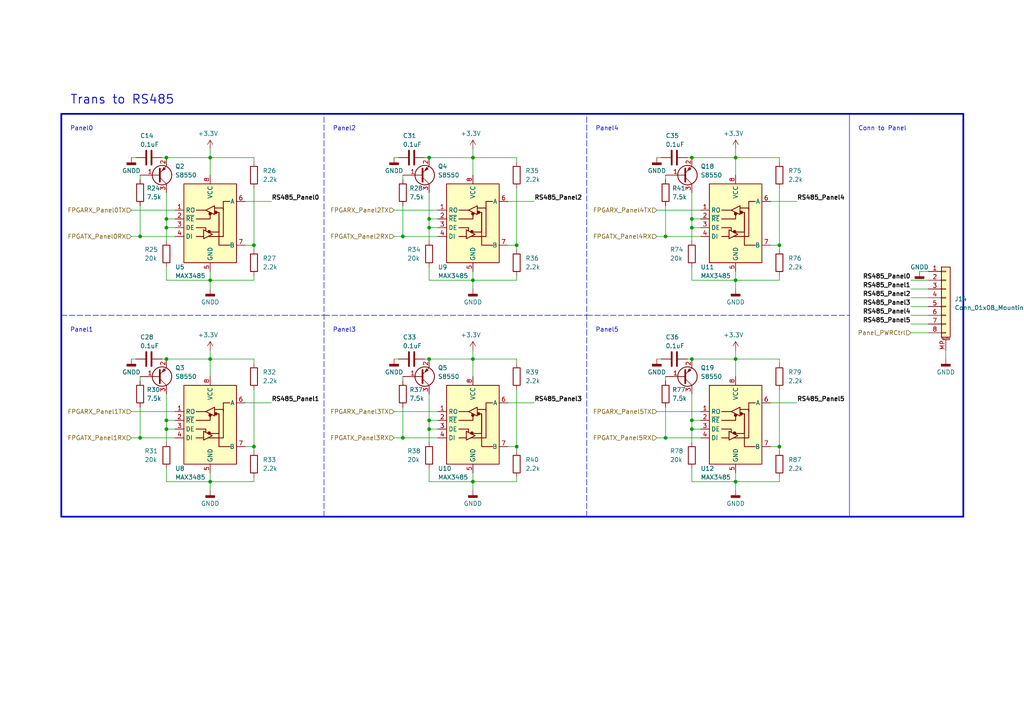
<source format=kicad_sch>
(kicad_sch (version 20230121) (generator eeschema)
  (paper "A4")
  (lib_symbols
    (symbol "Connector_Generic_MountingPin:Conn_01x08_MountingPin" (pin_names (offset 1.016) hide)
      (property "Reference" "J" (at 0 10.16 0))
      (property "Value" "Conn_01x08_MountingPin" (at 1.27 -12.7 0))
      (symbol "Conn_01x08_MountingPin_1_1"
        (rectangle (start -1.27 -10.033) (end 0 -10.287) (stroke (width 0.1524)))
        (rectangle (start -1.27 -7.493) (end 0 -7.747) (stroke (width 0.1524)))
        (rectangle (start -1.27 -4.953) (end 0 -5.207) (stroke (width 0.1524)))
        (rectangle (start -1.27 -2.413) (end 0 -2.667) (stroke (width 0.1524)))
        (rectangle (start -1.27 0.127) (end 0 -0.127) (stroke (width 0.1524)))
        (rectangle (start -1.27 2.667) (end 0 2.413) (stroke (width 0.1524)))
        (rectangle (start -1.27 5.207) (end 0 4.953) (stroke (width 0.1524)))
        (rectangle (start -1.27 7.747) (end 0 7.493) (stroke (width 0.1524)))
        (rectangle (start -1.27 8.89) (end 1.27 -11.43) (stroke (width 0.254)) (fill (type background)))
        (polyline (pts (xy -1.016 -12.192) (xy 1.016 -12.192)) (stroke (width 0.1524)))
        (text "Mounting" (at 0 -11.811 0) (effects (font (size 0.381 0.381))))
        (pin passive line (at -5.08 7.62 0) (length 3.81) (name "Pin_1") (number "1"))
        (pin passive line (at -5.08 5.08 0) (length 3.81) (name "Pin_2") (number "2"))
        (pin passive line (at -5.08 2.54 0) (length 3.81) (name "Pin_3") (number "3"))
        (pin passive line (at -5.08 0 0) (length 3.81) (name "Pin_4") (number "4"))
        (pin passive line (at -5.08 -2.54 0) (length 3.81) (name "Pin_5") (number "5"))
        (pin passive line (at -5.08 -5.08 0) (length 3.81) (name "Pin_6") (number "6"))
        (pin passive line (at -5.08 -7.62 0) (length 3.81) (name "Pin_7") (number "7"))
        (pin passive line (at -5.08 -10.16 0) (length 3.81) (name "Pin_8") (number "8"))
        (pin passive line (at 0 -15.24 90) (length 3.048) (name "MountPin") (number "MP"))
      )
    )
    (symbol "Device:C" (pin_numbers hide) (pin_names (offset 0.254))
      (property "Reference" "C" (at 0.635 2.54 0))
      (property "Value" "C" (at 0.635 -2.54 0))
      (symbol "C_0_1"
        (polyline (pts (xy -2.032 -0.762) (xy 2.032 -0.762)) (stroke (width 0.508)))
        (polyline (pts (xy -2.032 0.762) (xy 2.032 0.762)) (stroke (width 0.508)))
      )
      (symbol "C_1_1"
        (pin passive line (at 0 3.81 270) (length 2.794) (name "~") (number "1"))
        (pin passive line (at 0 -3.81 90) (length 2.794) (name "~") (number "2"))
      )
    )
    (symbol "Device:Q_PNP_BEC" (pin_names (offset 0) hide)
      (property "Reference" "Q" (at 5.08 1.27 0))
      (property "Value" "Q_PNP_BEC" (at 5.08 -1.27 0))
      (symbol "Q_PNP_BEC_0_1"
        (polyline (pts (xy 0.635 0.635) (xy 2.54 2.54)))
        (polyline (pts (xy 0.635 -0.635) (xy 2.54 -2.54) (xy 2.54 -2.54)))
        (polyline (pts (xy 0.635 1.905) (xy 0.635 -1.905) (xy 0.635 -1.905)) (stroke (width 0.508)))
        (polyline (pts (xy 2.286 -1.778) (xy 1.778 -2.286) (xy 1.27 -1.27) (xy 2.286 -1.778) (xy 2.286 -1.778)) (fill (type outline)))
        (circle (center 1.27 0) (radius 2.8194) (stroke (width 0.254)))
      )
      (symbol "Q_PNP_BEC_1_1"
        (pin input line (at -5.08 0 0) (length 5.715) (name "B") (number "1"))
        (pin passive line (at 2.54 -5.08 90) (length 2.54) (name "E") (number "2"))
        (pin passive line (at 2.54 5.08 270) (length 2.54) (name "C") (number "3"))
      )
    )
    (symbol "Device:R" (pin_numbers hide) (pin_names (offset 0))
      (property "Reference" "R" (at 2.032 0 90))
      (property "Value" "R" (at 0 0 90))
      (symbol "R_0_1"
        (rectangle (start -1.016 -2.54) (end 1.016 2.54) (stroke (width 0.254)))
      )
      (symbol "R_1_1"
        (pin passive line (at 0 3.81 270) (length 1.27) (name "~") (number "1"))
        (pin passive line (at 0 -3.81 90) (length 1.27) (name "~") (number "2"))
      )
    )
    (symbol "MAX3485_1"
      (property "Reference" "U?" (at 2.0194 15.24 0))
      (property "Value" "MAX3485" (at 2.0194 12.7 0))
      (symbol "MAX3485_1_0_1"
        (rectangle (start -7.62 10.16) (end 7.62 -12.7) (stroke (width 0.254)) (fill (type background)))
        (circle (center -0.3048 -3.683) (radius 0.3556) (stroke (width 0.254)) (fill (type outline)))
        (circle (center -0.0254 1.4986) (radius 0.3556) (stroke (width 0.254)) (fill (type outline)))
        (polyline (pts (xy -4.064 -5.08) (xy -1.905 -5.08)) (stroke (width 0.254)))
        (polyline (pts (xy -4.064 2.54) (xy -1.27 2.54)) (stroke (width 0.254)))
        (polyline (pts (xy -1.27 -3.2004) (xy -1.27 -3.4544)) (stroke (width 0.254)))
        (polyline (pts (xy -0.635 -5.08) (xy 3.81 -5.08)) (stroke (width 0.254)))
        (polyline (pts (xy -4.064 -2.54) (xy -1.27 -2.54) (xy -1.27 -3.175)) (stroke (width 0.254)))
        (polyline (pts (xy 0 1.27) (xy 0 0) (xy -4.064 0)) (stroke (width 0.254)))
        (polyline (pts (xy 1.27 3.175) (xy 3.81 3.175) (xy 3.81 -5.08)) (stroke (width 0.254)))
        (polyline (pts (xy 2.54 1.905) (xy 2.54 -3.81) (xy 0 -3.81)) (stroke (width 0.254)))
        (polyline (pts (xy -1.905 -3.175) (xy -1.905 -5.715) (xy 0.635 -4.445) (xy -1.905 -3.175)) (stroke (width 0.254)))
        (polyline (pts (xy -1.27 2.54) (xy 1.27 3.81) (xy 1.27 1.27) (xy -1.27 2.54)) (stroke (width 0.254)))
        (polyline (pts (xy 3.81 3.175) (xy 3.81 2.54) (xy 3.81 5.08) (xy 5.715 5.08)) (stroke (width 0.254)))
        (polyline (pts (xy 1.905 1.905) (xy 2.54 1.905) (xy 2.54 -3.81) (xy 2.54 -6.985) (xy 2.54 -7.62) (xy 5.08 -7.62) (xy 5.715 -7.62)) (stroke (width 0.254)))
        (rectangle (start 1.27 3.175) (end 1.27 3.175))
        (circle (center 1.651 1.905) (radius 0.3556) (stroke (width 0.254)) (fill (type outline)))
      )
      (symbol "MAX3485_1_1_1"
        (pin output line (at -10.16 2.54 0) (length 2.54) (name "RO") (number "1"))
        (pin input line (at -10.16 0 0) (length 2.54) (name "~{RE}") (number "2"))
        (pin input line (at -10.16 -2.54 0) (length 2.54) (name "DE") (number "3"))
        (pin input line (at -10.16 -5.08 0) (length 2.54) (name "DI") (number "4"))
        (pin power_in line (at 0 -15.24 90) (length 2.54) (name "GND") (number "5"))
        (pin bidirectional line (at 10.16 5.08 180) (length 2.54) (name "A") (number "6"))
        (pin bidirectional line (at 10.16 -7.62 180) (length 2.54) (name "B") (number "7"))
        (pin power_in line (at 0 12.7 270) (length 2.54) (name "VCC") (number "8"))
      )
    )
    (symbol "power:+3.3V" (power) (pin_names (offset 0))
      (property "Value" "+3.3V" (at 0 3.556 0))
      (symbol "+3.3V_0_1"
        (polyline (pts (xy -0.762 1.27) (xy 0 2.54)))
        (polyline (pts (xy 0 0) (xy 0 2.54)))
        (polyline (pts (xy 0 2.54) (xy 0.762 1.27)))
      )
      (symbol "+3.3V_1_1"
        (pin power_in line (at 0 0 90) (length 0) hide (name "+3.3V") (number "1"))
      )
    )
    (symbol "power:GNDD" (power) (pin_names (offset 0))
      (property "Value" "GNDD" (at 0 -3.175 0))
      (symbol "GNDD_0_1"
        (rectangle (start -1.27 -1.524) (end 1.27 -2.032) (stroke (width 0.254)) (fill (type outline)))
        (polyline (pts (xy 0 0) (xy 0 -1.524)))
      )
      (symbol "GNDD_1_1"
        (pin power_in line (at 0 0 270) (length 0) hide (name "GNDD") (number "1"))
      )
    )
  )
  (junction (at 213.36 81.28))
  (junction (at 193.04 68.58))
  (junction (at 124.46 104.14))
  (junction (at 48.26 63.5))
  (junction (at 200.66 45.72))
  (junction (at 213.36 104.14))
  (junction (at 137.16 45.72))
  (junction (at 60.96 45.72))
  (junction (at 200.66 66.04))
  (junction (at 60.96 81.28))
  (junction (at 60.96 139.7))
  (junction (at 124.46 66.04))
  (junction (at 40.64 68.58))
  (junction (at 48.26 66.04))
  (junction (at 116.84 127))
  (junction (at 213.36 139.7))
  (junction (at 124.46 45.72))
  (junction (at 60.96 104.14))
  (junction (at 124.46 63.5))
  (junction (at 73.66 71.12))
  (junction (at 48.26 121.92))
  (junction (at 48.26 124.46))
  (junction (at 200.66 63.5))
  (junction (at 48.26 104.14))
  (junction (at 149.86 129.54))
  (junction (at 124.46 124.46))
  (junction (at 137.16 104.14))
  (junction (at 40.64 127))
  (junction (at 137.16 81.28))
  (junction (at 193.04 127))
  (junction (at 48.26 45.72))
  (junction (at 226.06 71.12))
  (junction (at 124.46 121.92))
  (junction (at 200.66 104.14))
  (junction (at 226.06 129.54))
  (junction (at 200.66 124.46))
  (junction (at 116.84 68.58))
  (junction (at 200.66 121.92))
  (junction (at 137.16 139.7))
  (junction (at 213.36 45.72))
  (junction (at 149.86 71.12))
  (junction (at 73.66 129.54))
  (wire (pts (xy 193.04 118.11) (xy 193.04 127)))
  (wire (pts (xy 114.3 119.38) (xy 127 119.38)))
  (wire (pts (xy 213.36 139.7) (xy 226.06 139.7)))
  (wire (pts (xy 200.66 63.5) (xy 203.2 63.5)))
  (wire (pts (xy 38.1 68.58) (xy 40.64 68.58)))
  (wire (pts (xy 114.3 104.14) (xy 115.57 104.14)))
  (wire (pts (xy 40.64 109.22) (xy 40.64 110.49)))
  (wire (pts (xy 137.16 81.28) (xy 137.16 83.82)))
  (wire (pts (xy 137.16 81.28) (xy 149.86 81.28)))
  (wire (pts (xy 190.5 119.38) (xy 203.2 119.38)))
  (wire (pts (xy 137.16 137.16) (xy 137.16 139.7)))
  (wire (pts (xy 124.46 81.28) (xy 137.16 81.28)))
  (wire (pts (xy 124.46 66.04) (xy 124.46 69.85)))
  (wire (pts (xy 200.66 104.14) (xy 213.36 104.14)))
  (wire (pts (xy 73.66 113.03) (xy 73.66 129.54)))
  (wire (pts (xy 137.16 101.6) (xy 137.16 104.14)))
  (wire (pts (xy 40.64 59.69) (xy 40.64 68.58)))
  (wire (pts (xy 193.04 50.8) (xy 193.04 52.07)))
  (wire (pts (xy 124.46 114.3) (xy 124.46 121.92)))
  (wire (pts (xy 137.16 104.14) (xy 149.86 104.14)))
  (wire (pts (xy 114.3 68.58) (xy 116.84 68.58)))
  (wire (pts (xy 264.16 91.44) (xy 269.24 91.44)))
  (wire (pts (xy 193.04 68.58) (xy 203.2 68.58)))
  (wire (pts (xy 60.96 139.7) (xy 73.66 139.7)))
  (wire (pts (xy 147.32 71.12) (xy 149.86 71.12)))
  (wire (pts (xy 60.96 43.18) (xy 60.96 45.72)))
  (polyline (pts (xy 170.18 91.44) (xy 246.38 91.44)) (stroke (width 0) (type dash)))
  (wire (pts (xy 149.86 45.72) (xy 149.86 46.99)))
  (wire (pts (xy 71.12 71.12) (xy 73.66 71.12)))
  (wire (pts (xy 213.36 81.28) (xy 226.06 81.28)))
  (wire (pts (xy 200.66 55.88) (xy 200.66 63.5)))
  (wire (pts (xy 48.26 114.3) (xy 48.26 121.92)))
  (wire (pts (xy 149.86 80.01) (xy 149.86 81.28)))
  (wire (pts (xy 60.96 104.14) (xy 60.96 109.22)))
  (wire (pts (xy 264.16 81.28) (xy 269.24 81.28)))
  (wire (pts (xy 48.26 45.72) (xy 60.96 45.72)))
  (wire (pts (xy 213.36 78.74) (xy 213.36 81.28)))
  (wire (pts (xy 223.52 129.54) (xy 226.06 129.54)))
  (wire (pts (xy 73.66 71.12) (xy 73.66 72.39)))
  (wire (pts (xy 116.84 118.11) (xy 116.84 127)))
  (wire (pts (xy 193.04 109.22) (xy 193.04 110.49)))
  (wire (pts (xy 60.96 45.72) (xy 73.66 45.72)))
  (wire (pts (xy 264.16 86.36) (xy 269.24 86.36)))
  (wire (pts (xy 213.36 101.6) (xy 213.36 104.14)))
  (wire (pts (xy 200.66 66.04) (xy 200.66 69.85)))
  (wire (pts (xy 60.96 81.28) (xy 73.66 81.28)))
  (wire (pts (xy 223.52 116.84) (xy 231.14 116.84)))
  (wire (pts (xy 38.1 45.72) (xy 39.37 45.72)))
  (polyline (pts (xy 93.98 149.86) (xy 93.98 33.02)) (stroke (width 0) (type dash)))
  (wire (pts (xy 226.06 54.61) (xy 226.06 71.12)))
  (wire (pts (xy 190.5 104.14) (xy 191.77 104.14)))
  (wire (pts (xy 264.16 93.98) (xy 269.24 93.98)))
  (wire (pts (xy 147.32 116.84) (xy 154.94 116.84)))
  (wire (pts (xy 116.84 127) (xy 127 127)))
  (wire (pts (xy 124.46 135.89) (xy 124.46 139.7)))
  (wire (pts (xy 71.12 129.54) (xy 73.66 129.54)))
  (wire (pts (xy 114.3 60.96) (xy 127 60.96)))
  (polyline (pts (xy 246.38 149.86) (xy 246.38 33.02)) (stroke (width 0) (type solid)))
  (wire (pts (xy 124.46 63.5) (xy 124.46 66.04)))
  (wire (pts (xy 137.16 45.72) (xy 137.16 50.8)))
  (wire (pts (xy 147.32 58.42) (xy 154.94 58.42)))
  (wire (pts (xy 124.46 139.7) (xy 137.16 139.7)))
  (wire (pts (xy 199.39 104.14) (xy 200.66 104.14)))
  (wire (pts (xy 73.66 138.43) (xy 73.66 139.7)))
  (wire (pts (xy 124.46 124.46) (xy 127 124.46)))
  (wire (pts (xy 137.16 104.14) (xy 137.16 109.22)))
  (wire (pts (xy 60.96 104.14) (xy 73.66 104.14)))
  (polyline (pts (xy 17.78 91.44) (xy 93.98 91.44)) (stroke (width 0) (type dash)))
  (wire (pts (xy 123.19 45.72) (xy 124.46 45.72)))
  (wire (pts (xy 226.06 80.01) (xy 226.06 81.28)))
  (wire (pts (xy 226.06 129.54) (xy 226.06 130.81)))
  (wire (pts (xy 137.16 139.7) (xy 137.16 142.24)))
  (wire (pts (xy 213.36 104.14) (xy 226.06 104.14)))
  (wire (pts (xy 226.06 104.14) (xy 226.06 105.41)))
  (wire (pts (xy 213.36 137.16) (xy 213.36 139.7)))
  (wire (pts (xy 149.86 104.14) (xy 149.86 105.41)))
  (wire (pts (xy 200.66 63.5) (xy 200.66 66.04)))
  (wire (pts (xy 124.46 104.14) (xy 137.16 104.14)))
  (wire (pts (xy 193.04 127) (xy 203.2 127)))
  (wire (pts (xy 147.32 129.54) (xy 149.86 129.54)))
  (wire (pts (xy 149.86 113.03) (xy 149.86 129.54)))
  (wire (pts (xy 124.46 121.92) (xy 124.46 124.46)))
  (polyline (pts (xy 93.98 91.44) (xy 170.18 91.44)) (stroke (width 0) (type dash)))
  (wire (pts (xy 73.66 80.01) (xy 73.66 81.28)))
  (wire (pts (xy 223.52 58.42) (xy 231.14 58.42)))
  (wire (pts (xy 200.66 139.7) (xy 213.36 139.7)))
  (wire (pts (xy 48.26 124.46) (xy 48.26 128.27)))
  (wire (pts (xy 200.66 114.3) (xy 200.66 121.92)))
  (wire (pts (xy 48.26 63.5) (xy 50.8 63.5)))
  (wire (pts (xy 48.26 104.14) (xy 60.96 104.14)))
  (wire (pts (xy 73.66 104.14) (xy 73.66 105.41)))
  (wire (pts (xy 38.1 127) (xy 40.64 127)))
  (wire (pts (xy 200.66 81.28) (xy 213.36 81.28)))
  (wire (pts (xy 116.84 50.8) (xy 116.84 52.07)))
  (wire (pts (xy 137.16 43.18) (xy 137.16 45.72)))
  (wire (pts (xy 200.66 121.92) (xy 200.66 124.46)))
  (wire (pts (xy 226.06 71.12) (xy 226.06 72.39)))
  (wire (pts (xy 40.64 127) (xy 50.8 127)))
  (wire (pts (xy 264.16 83.82) (xy 269.24 83.82)))
  (polyline (pts (xy 17.78 33.02) (xy 17.78 149.86)) (stroke (width 0.5) (type solid)))
  (wire (pts (xy 46.99 104.14) (xy 48.26 104.14)))
  (wire (pts (xy 71.12 116.84) (xy 78.74 116.84)))
  (wire (pts (xy 200.66 124.46) (xy 200.66 128.27)))
  (wire (pts (xy 200.66 77.47) (xy 200.66 81.28)))
  (wire (pts (xy 226.06 45.72) (xy 226.06 46.99)))
  (wire (pts (xy 200.66 45.72) (xy 213.36 45.72)))
  (wire (pts (xy 149.86 71.12) (xy 149.86 72.39)))
  (wire (pts (xy 48.26 55.88) (xy 48.26 63.5)))
  (wire (pts (xy 124.46 45.72) (xy 137.16 45.72)))
  (wire (pts (xy 48.26 66.04) (xy 48.26 69.85)))
  (wire (pts (xy 137.16 139.7) (xy 149.86 139.7)))
  (wire (pts (xy 190.5 45.72) (xy 191.77 45.72)))
  (wire (pts (xy 40.64 68.58) (xy 50.8 68.58)))
  (wire (pts (xy 40.64 118.11) (xy 40.64 127)))
  (wire (pts (xy 48.26 139.7) (xy 60.96 139.7)))
  (wire (pts (xy 48.26 66.04) (xy 50.8 66.04)))
  (wire (pts (xy 60.96 45.72) (xy 60.96 50.8)))
  (wire (pts (xy 137.16 78.74) (xy 137.16 81.28)))
  (polyline (pts (xy 17.78 149.86) (xy 279.4 149.86)) (stroke (width 0.5) (type solid)))
  (wire (pts (xy 190.5 68.58) (xy 193.04 68.58)))
  (wire (pts (xy 48.26 124.46) (xy 50.8 124.46)))
  (wire (pts (xy 60.96 81.28) (xy 60.96 83.82)))
  (wire (pts (xy 38.1 60.96) (xy 50.8 60.96)))
  (wire (pts (xy 73.66 129.54) (xy 73.66 130.81)))
  (wire (pts (xy 213.36 45.72) (xy 226.06 45.72)))
  (wire (pts (xy 60.96 78.74) (xy 60.96 81.28)))
  (wire (pts (xy 200.66 121.92) (xy 203.2 121.92)))
  (wire (pts (xy 190.5 60.96) (xy 203.2 60.96)))
  (wire (pts (xy 213.36 43.18) (xy 213.36 45.72)))
  (polyline (pts (xy 170.18 149.86) (xy 170.18 33.02)) (stroke (width 0) (type dash)))
  (wire (pts (xy 213.36 81.28) (xy 213.36 83.82)))
  (wire (pts (xy 60.96 101.6) (xy 60.96 104.14)))
  (wire (pts (xy 48.26 135.89) (xy 48.26 139.7)))
  (wire (pts (xy 71.12 58.42) (xy 78.74 58.42)))
  (wire (pts (xy 40.64 50.8) (xy 40.64 52.07)))
  (wire (pts (xy 124.46 124.46) (xy 124.46 128.27)))
  (wire (pts (xy 124.46 121.92) (xy 127 121.92)))
  (wire (pts (xy 116.84 109.22) (xy 116.84 110.49)))
  (wire (pts (xy 73.66 54.61) (xy 73.66 71.12)))
  (wire (pts (xy 48.26 63.5) (xy 48.26 66.04)))
  (wire (pts (xy 264.16 96.52) (xy 269.24 96.52)))
  (wire (pts (xy 213.36 104.14) (xy 213.36 109.22)))
  (wire (pts (xy 264.16 88.9) (xy 269.24 88.9)))
  (wire (pts (xy 60.96 137.16) (xy 60.96 139.7)))
  (wire (pts (xy 48.26 81.28) (xy 60.96 81.28)))
  (wire (pts (xy 114.3 127) (xy 116.84 127)))
  (wire (pts (xy 48.26 77.47) (xy 48.26 81.28)))
  (wire (pts (xy 213.36 139.7) (xy 213.36 142.24)))
  (wire (pts (xy 199.39 45.72) (xy 200.66 45.72)))
  (wire (pts (xy 226.06 113.03) (xy 226.06 129.54)))
  (wire (pts (xy 116.84 59.69) (xy 116.84 68.58)))
  (wire (pts (xy 137.16 45.72) (xy 149.86 45.72)))
  (wire (pts (xy 213.36 45.72) (xy 213.36 50.8)))
  (wire (pts (xy 190.5 127) (xy 193.04 127)))
  (wire (pts (xy 38.1 119.38) (xy 50.8 119.38)))
  (wire (pts (xy 200.66 124.46) (xy 203.2 124.46)))
  (wire (pts (xy 124.46 66.04) (xy 127 66.04)))
  (wire (pts (xy 73.66 45.72) (xy 73.66 46.99)))
  (polyline (pts (xy 279.4 149.86) (xy 279.4 33.02)) (stroke (width 0.5) (type solid)))
  (wire (pts (xy 48.26 121.92) (xy 48.26 124.46)))
  (wire (pts (xy 200.66 66.04) (xy 203.2 66.04)))
  (wire (pts (xy 116.84 68.58) (xy 127 68.58)))
  (wire (pts (xy 149.86 129.54) (xy 149.86 130.81)))
  (wire (pts (xy 60.96 139.7) (xy 60.96 142.24)))
  (wire (pts (xy 114.3 45.72) (xy 115.57 45.72)))
  (wire (pts (xy 124.46 77.47) (xy 124.46 81.28)))
  (wire (pts (xy 48.26 121.92) (xy 50.8 121.92)))
  (wire (pts (xy 149.86 54.61) (xy 149.86 71.12)))
  (wire (pts (xy 149.86 138.43) (xy 149.86 139.7)))
  (wire (pts (xy 38.1 104.14) (xy 39.37 104.14)))
  (wire (pts (xy 123.19 104.14) (xy 124.46 104.14)))
  (wire (pts (xy 223.52 71.12) (xy 226.06 71.12)))
  (wire (pts (xy 200.66 135.89) (xy 200.66 139.7)))
  (wire (pts (xy 269.24 78.74) (xy 266.7 78.74)))
  (wire (pts (xy 274.32 101.6) (xy 274.32 104.14)))
  (wire (pts (xy 124.46 63.5) (xy 127 63.5)))
  (wire (pts (xy 46.99 45.72) (xy 48.26 45.72)))
  (polyline (pts (xy 279.4 33.02) (xy 17.78 33.02)) (stroke (width 0.5) (type solid)))
  (wire (pts (xy 226.06 138.43) (xy 226.06 139.7)))
  (wire (pts (xy 124.46 55.88) (xy 124.46 63.5)))
  (wire (pts (xy 193.04 59.69) (xy 193.04 68.58)))
  (text "Trans to RS485" (at 20.32 30.48 0) (effects (font (size 2.54 2.54) (thickness 0.254) bold) (justify left bottom)))
  (text "Panel0" (at 20.32 38.1 0) (effects (font (size 1.27 1.27)) (justify left bottom)))
  (text "Panel2" (at 96.52 38.1 0) (effects (font (size 1.27 1.27)) (justify left bottom)))
  (text "Conn to Panel" (at 248.92 38.1 0) (effects (font (size 1.27 1.27)) (justify left bottom)))
  (text "Panel4" (at 172.72 38.1 0) (effects (font (size 1.27 1.27)) (justify left bottom)))
  (text "Panel3" (at 96.52 96.52 0) (effects (font (size 1.27 1.27)) (justify left bottom)))
  (text "Panel5" (at 172.72 96.52 0) (effects (font (size 1.27 1.27)) (justify left bottom)))
  (text "Panel1" (at 20.32 96.52 0) (effects (font (size 1.27 1.27)) (justify left bottom)))
  (label "RS485_Panel5" (at 264.16 93.98 180) (effects (font (thickness 0.254) bold)))
  (label "RS485_Panel4" (at 264.16 91.44 180) (effects (font (thickness 0.254) bold)))
  (label "RS485_Panel1" (at 264.16 83.82 180) (effects (font (thickness 0.254) bold)))
  (label "RS485_Panel4" (at 231.14 58.42 0) (effects (font (thickness 0.254) bold)))
  (label "RS485_Panel5" (at 231.14 116.84 0) (effects (font (thickness 0.254) bold)))
  (label "RS485_Panel1" (at 78.74 116.84 0) (effects (font (thickness 0.254) bold)))
  (label "RS485_Panel2" (at 154.94 58.42 0) (effects (font (thickness 0.254) bold)))
  (label "RS485_Panel0" (at 264.16 81.28 180) (effects (font (thickness 0.254) bold)))
  (label "RS485_Panel2" (at 264.16 86.36 180) (effects (font (thickness 0.254) bold)))
  (label "RS485_Panel3" (at 154.94 116.84 0) (effects (font (thickness 0.254) bold)))
  (label "RS485_Panel0" (at 78.74 58.42 0) (effects (font (thickness 0.254) bold)))
  (label "RS485_Panel3" (at 264.16 88.9 180) (effects (font (thickness 0.254) bold)))
  (hierarchical_label "FPGARX_Panel0TX" (shape input) (at 38.1 60.96 180))
  (hierarchical_label "FPGARX_Panel4TX" (shape input) (at 190.5 60.96 180))
  (hierarchical_label "Panel_PWRCtrl" (shape input) (at 264.16 96.52 180))
  (hierarchical_label "FPGATX_Panel5RX" (shape input) (at 190.5 127 180))
  (hierarchical_label "FPGARX_Panel5TX" (shape input) (at 190.5 119.38 180))
  (hierarchical_label "FPGARX_Panel3TX" (shape input) (at 114.3 119.38 180))
  (hierarchical_label "FPGATX_Panel0RX" (shape input) (at 38.1 68.58 180))
  (hierarchical_label "FPGARX_Panel1TX" (shape input) (at 38.1 119.38 180))
  (hierarchical_label "FPGATX_Panel3RX" (shape input) (at 114.3 127 180))
  (hierarchical_label "FPGARX_Panel2TX" (shape input) (at 114.3 60.96 180))
  (hierarchical_label "FPGATX_Panel2RX" (shape input) (at 114.3 68.58 180))
  (hierarchical_label "FPGATX_Panel4RX" (shape input) (at 190.5 68.58 180))
  (hierarchical_label "FPGATX_Panel1RX" (shape input) (at 38.1 127 180))
  (symbol (lib_id "Device:R") (at 149.86 50.8 0) (unit 1)
    (property "Reference" "R35" (at 152.4 49.5299 0) (effects (justify left)))
    (property "Value" "2.2k" (at 152.4 52.0699 0) (effects (justify left)))
    (property "Footprint" "Resistor_SMD:R_0402_1005Metric" (effects hide))
  )
  (symbol (lib_id "Connector_Generic_MountingPin:Conn_01x08_MountingPin") (at 274.32 86.36 0) (unit 1)
    (property "Reference" "J14" (at 276.86 86.7156 0) (effects (justify left)))
    (property "Value" "Conn_01x08_MountingPin" (at 276.86 89.2556 0) (effects (justify left)))
    (property "Footprint" "Connector_Molex:Molex_PicoBlade_53261-0871_1x08-1MP_P1.25mm_Horizontal" (effects hide))
  )
  (symbol (lib_id "power:+3.3V") (at 213.36 43.18 0) (unit 1)
    (property "Reference" "#PWR053" (effects hide))
    (property "Value" "+3.3V" (at 212.725 38.735 0))
  )
  (symbol (lib_id "power:GNDD") (at 60.96 83.82 0) (unit 1)
    (property "Reference" "#PWR033" (effects hide))
    (property "Value" "GNDD" (at 60.96 87.63 0))
  )
  (symbol (lib_id "power:GNDD") (at 213.36 83.82 0) (unit 1)
    (property "Reference" "#PWR054" (effects hide))
    (property "Value" "GNDD" (at 213.36 87.63 0))
  )
  (symbol (lib_id "power:GNDD") (at 190.5 45.72 0) (unit 1)
    (property "Reference" "#PWR052" (effects hide))
    (property "Value" "GNDD" (at 190.5 49.53 0))
  )
  (symbol (lib_id "Device:R") (at 40.64 55.88 0) (unit 1)
    (property "Reference" "R24" (at 42.545 54.6099 0) (effects (justify left)))
    (property "Value" "7.5k" (at 42.545 57.1499 0) (effects (justify left)))
    (property "Footprint" "Resistor_SMD:R_0603_1608Metric" (effects hide))
  )
  (symbol (lib_id "power:GNDD") (at 38.1 45.72 0) (unit 1)
    (property "Reference" "#PWR031" (effects hide))
    (property "Value" "GNDD" (at 38.1 49.53 0))
  )
  (symbol (lib_id "Device:R") (at 200.66 73.66 0) (unit 1)
    (property "Reference" "R74" (at 194.31 72.39 0) (effects (justify left)))
    (property "Value" "20k" (at 194.31 74.93 0) (effects (justify left)))
    (property "Footprint" "Resistor_SMD:R_0402_1005Metric" (effects hide))
  )
  (symbol (lib_id "Device:R") (at 149.86 134.62 0) (unit 1)
    (property "Reference" "R40" (at 152.4 133.3499 0) (effects (justify left)))
    (property "Value" "2.2k" (at 152.4 135.8899 0) (effects (justify left)))
    (property "Footprint" "Resistor_SMD:R_0402_1005Metric" (effects hide))
  )
  (symbol (lib_id "Device:R") (at 193.04 55.88 0) (unit 1)
    (property "Reference" "R41" (at 194.945 54.6099 0) (effects (justify left)))
    (property "Value" "7.5k" (at 194.945 57.1499 0) (effects (justify left)))
    (property "Footprint" "Resistor_SMD:R_0603_1608Metric" (effects hide))
  )
  (symbol (lib_id "Device:C") (at 119.38 45.72 270) (mirror x) (unit 1)
    (property "Reference" "C31" (at 116.84 39.37 90) (effects (justify left)))
    (property "Value" "0.1uF" (at 116.84 41.91 90) (effects (justify left)))
    (property "Footprint" "Capacitor_SMD:C_0402_1005Metric" (effects hide))
  )
  (symbol (lib_id "Device:Q_PNP_BEC") (at 198.12 50.8 0) (mirror x) (unit 1)
    (property "Reference" "Q18" (at 203.2 48.26 0) (effects (justify left)))
    (property "Value" "S8550" (at 203.2 50.8 0) (effects (justify left)))
    (property "Footprint" "Package_TO_SOT_SMD:SC-59" (effects hide))
  )
  (symbol (lib_id "Device:C") (at 43.18 45.72 270) (mirror x) (unit 1)
    (property "Reference" "C14" (at 40.64 39.37 90) (effects (justify left)))
    (property "Value" "0.1uF" (at 40.64 41.91 90) (effects (justify left)))
    (property "Footprint" "Capacitor_SMD:C_0402_1005Metric" (effects hide))
  )
  (symbol (lib_id "Device:C") (at 119.38 104.14 270) (mirror x) (unit 1)
    (property "Reference" "C33" (at 116.84 97.79 90) (effects (justify left)))
    (property "Value" "0.1uF" (at 116.84 100.33 90) (effects (justify left)))
    (property "Footprint" "Capacitor_SMD:C_0402_1005Metric" (effects hide))
  )
  (symbol (lib_id "Device:R") (at 124.46 132.08 0) (unit 1)
    (property "Reference" "R38" (at 118.11 130.81 0) (effects (justify left)))
    (property "Value" "20k" (at 118.11 133.35 0) (effects (justify left)))
    (property "Footprint" "Resistor_SMD:R_0402_1005Metric" (effects hide))
  )
  (symbol (lib_id "Device:R") (at 73.66 50.8 0) (unit 1)
    (property "Reference" "R26" (at 76.2 49.5299 0) (effects (justify left)))
    (property "Value" "2.2k" (at 76.2 52.0699 0) (effects (justify left)))
    (property "Footprint" "Resistor_SMD:R_0402_1005Metric" (effects hide))
  )
  (symbol (lib_id "power:+3.3V") (at 60.96 43.18 0) (unit 1)
    (property "Reference" "#PWR032" (effects hide))
    (property "Value" "+3.3V" (at 60.325 38.735 0))
  )
  (symbol (lib_id "Device:Q_PNP_BEC") (at 198.12 109.22 0) (mirror x) (unit 1)
    (property "Reference" "Q19" (at 203.2 106.68 0) (effects (justify left)))
    (property "Value" "S8550" (at 203.2 109.22 0) (effects (justify left)))
    (property "Footprint" "Package_TO_SOT_SMD:SOT-23" (effects hide))
  )
  (symbol (lib_id "Device:R") (at 40.64 114.3 0) (unit 1)
    (property "Reference" "R30" (at 42.545 113.0299 0) (effects (justify left)))
    (property "Value" "7.5k" (at 42.545 115.5699 0) (effects (justify left)))
    (property "Footprint" "Resistor_SMD:R_0603_1608Metric" (effects hide))
  )
  (symbol (lib_name "MAX3485_1") (lib_id "Interface_UART:MAX3485") (at 213.36 63.5 0) (unit 1)
    (property "Reference" "U11" (at 203.2 77.47 0) (effects (justify left)))
    (property "Value" "MAX3485" (at 203.2 80.01 0) (effects (justify left)))
    (property "Footprint" "Package_SO:SOP-8_3.9x4.9mm_P1.27mm" (effects hide))
    (property "Datasheet" "https://datasheets.maximintegrated.com/en/ds/MAX3483-MAX3491.pdf" (effects hide))
  )
  (symbol (lib_name "MAX3485_1") (lib_id "Interface_UART:MAX3485") (at 60.96 121.92 0) (unit 1)
    (property "Reference" "U8" (at 50.8 135.89 0) (effects (justify left)))
    (property "Value" "MAX3485" (at 50.8 138.43 0) (effects (justify left)))
    (property "Footprint" "Package_SO:SOP-8_3.9x4.9mm_P1.27mm" (effects hide))
    (property "Datasheet" "https://datasheets.maximintegrated.com/en/ds/MAX3483-MAX3491.pdf" (effects hide))
  )
  (symbol (lib_id "Device:Q_PNP_BEC") (at 121.92 50.8 0) (mirror x) (unit 1)
    (property "Reference" "Q4" (at 127 48.26 0) (effects (justify left)))
    (property "Value" "S8550" (at 127 50.8 0) (effects (justify left)))
    (property "Footprint" "Package_TO_SOT_SMD:SC-59" (effects hide))
  )
  (symbol (lib_id "Device:R") (at 73.66 134.62 0) (unit 1)
    (property "Reference" "R33" (at 76.2 133.3499 0) (effects (justify left)))
    (property "Value" "2.2k" (at 76.2 135.8899 0) (effects (justify left)))
    (property "Footprint" "Resistor_SMD:R_0402_1005Metric" (effects hide))
  )
  (symbol (lib_id "Device:R") (at 124.46 73.66 0) (unit 1)
    (property "Reference" "R34" (at 118.11 72.39 0) (effects (justify left)))
    (property "Value" "20k" (at 118.11 74.93 0) (effects (justify left)))
    (property "Footprint" "Resistor_SMD:R_0402_1005Metric" (effects hide))
  )
  (symbol (lib_id "power:GNDD") (at 38.1 104.14 0) (unit 1)
    (property "Reference" "#PWR043" (effects hide))
    (property "Value" "GNDD" (at 38.1 107.95 0))
  )
  (symbol (lib_id "power:+3.3V") (at 137.16 101.6 0) (unit 1)
    (property "Reference" "#PWR050" (effects hide))
    (property "Value" "+3.3V" (at 136.525 97.155 0))
  )
  (symbol (lib_id "power:+3.3V") (at 213.36 101.6 0) (unit 1)
    (property "Reference" "#PWR063" (effects hide))
    (property "Value" "+3.3V" (at 212.725 97.155 0))
  )
  (symbol (lib_id "power:GNDD") (at 190.5 104.14 0) (unit 1)
    (property "Reference" "#PWR055" (effects hide))
    (property "Value" "GNDD" (at 190.5 107.95 0))
  )
  (symbol (lib_id "power:GNDD") (at 137.16 142.24 0) (unit 1)
    (property "Reference" "#PWR051" (effects hide))
    (property "Value" "GNDD" (at 137.16 146.05 0))
  )
  (symbol (lib_name "MAX3485_1") (lib_id "Interface_UART:MAX3485") (at 60.96 63.5 0) (unit 1)
    (property "Reference" "U5" (at 50.8 77.47 0) (effects (justify left)))
    (property "Value" "MAX3485" (at 50.8 80.01 0) (effects (justify left)))
    (property "Footprint" "Package_SO:SOP-8_3.9x4.9mm_P1.27mm" (effects hide))
    (property "Datasheet" "https://datasheets.maximintegrated.com/en/ds/MAX3483-MAX3491.pdf" (effects hide))
  )
  (symbol (lib_id "Device:R") (at 116.84 114.3 0) (unit 1)
    (property "Reference" "R37" (at 118.745 113.0299 0) (effects (justify left)))
    (property "Value" "7.5k" (at 118.745 115.5699 0) (effects (justify left)))
    (property "Footprint" "Resistor_SMD:R_0603_1608Metric" (effects hide))
  )
  (symbol (lib_id "Device:R") (at 116.84 55.88 0) (unit 1)
    (property "Reference" "R28" (at 118.745 54.6099 0) (effects (justify left)))
    (property "Value" "7.5k" (at 118.745 57.1499 0) (effects (justify left)))
    (property "Footprint" "Resistor_SMD:R_0603_1608Metric" (effects hide))
  )
  (symbol (lib_id "power:GNDD") (at 274.32 104.14 0) (unit 1)
    (property "Reference" "#PWR077" (effects hide))
    (property "Value" "GNDD" (at 274.32 107.95 0))
  )
  (symbol (lib_id "power:+3.3V") (at 60.96 101.6 0) (unit 1)
    (property "Reference" "#PWR044" (effects hide))
    (property "Value" "+3.3V" (at 60.325 97.155 0))
  )
  (symbol (lib_id "Device:R") (at 73.66 109.22 0) (unit 1)
    (property "Reference" "R32" (at 76.2 107.9499 0) (effects (justify left)))
    (property "Value" "2.2k" (at 76.2 110.4899 0) (effects (justify left)))
    (property "Footprint" "Resistor_SMD:R_0402_1005Metric" (effects hide))
  )
  (symbol (lib_id "Device:C") (at 43.18 104.14 270) (mirror x) (unit 1)
    (property "Reference" "C28" (at 40.64 97.79 90) (effects (justify left)))
    (property "Value" "0.1uF" (at 40.64 100.33 90) (effects (justify left)))
    (property "Footprint" "Capacitor_SMD:C_0402_1005Metric" (effects hide))
  )
  (symbol (lib_id "Device:Q_PNP_BEC") (at 45.72 50.8 0) (mirror x) (unit 1)
    (property "Reference" "Q2" (at 50.8 48.26 0) (effects (justify left)))
    (property "Value" "S8550" (at 50.8 50.8 0) (effects (justify left)))
    (property "Footprint" "Package_TO_SOT_SMD:SC-59" (effects hide))
  )
  (symbol (lib_id "Device:R") (at 48.26 73.66 0) (unit 1)
    (property "Reference" "R25" (at 41.91 72.39 0) (effects (justify left)))
    (property "Value" "20k" (at 41.91 74.93 0) (effects (justify left)))
    (property "Footprint" "Resistor_SMD:R_0402_1005Metric" (effects hide))
  )
  (symbol (lib_id "power:GNDD") (at 114.3 45.72 0) (unit 1)
    (property "Reference" "#PWR046" (effects hide))
    (property "Value" "GNDD" (at 114.3 49.53 0))
  )
  (symbol (lib_id "Device:R") (at 226.06 50.8 0) (unit 1)
    (property "Reference" "R75" (at 228.6 49.5299 0) (effects (justify left)))
    (property "Value" "2.2k" (at 228.6 52.0699 0) (effects (justify left)))
    (property "Footprint" "Resistor_SMD:R_0402_1005Metric" (effects hide))
  )
  (symbol (lib_id "power:GNDD") (at 266.7 78.74 0) (unit 1)
    (property "Reference" "#PWR078" (effects hide))
    (property "Value" "GNDD" (at 266.7 77.47 0))
  )
  (symbol (lib_id "Device:R") (at 200.66 132.08 0) (unit 1)
    (property "Reference" "R78" (at 194.31 130.81 0) (effects (justify left)))
    (property "Value" "20k" (at 194.31 133.35 0) (effects (justify left)))
    (property "Footprint" "Resistor_SMD:R_0402_1005Metric" (effects hide))
  )
  (symbol (lib_id "power:+3.3V") (at 137.16 43.18 0) (unit 1)
    (property "Reference" "#PWR047" (effects hide))
    (property "Value" "+3.3V" (at 136.525 38.735 0))
  )
  (symbol (lib_id "Device:R") (at 193.04 114.3 0) (unit 1)
    (property "Reference" "R77" (at 194.945 113.0299 0) (effects (justify left)))
    (property "Value" "7.5k" (at 194.945 115.5699 0) (effects (justify left)))
    (property "Footprint" "Resistor_SMD:R_0603_1608Metric" (effects hide))
  )
  (symbol (lib_id "Device:Q_PNP_BEC") (at 121.92 109.22 0) (mirror x) (unit 1)
    (property "Reference" "Q5" (at 127 106.68 0) (effects (justify left)))
    (property "Value" "S8550" (at 127 109.22 0) (effects (justify left)))
    (property "Footprint" "Package_TO_SOT_SMD:SC-59" (effects hide))
  )
  (symbol (lib_name "MAX3485_1") (lib_id "Interface_UART:MAX3485") (at 137.16 121.92 0) (unit 1)
    (property "Reference" "U10" (at 127 135.89 0) (effects (justify left)))
    (property "Value" "MAX3485" (at 127 138.43 0) (effects (justify left)))
    (property "Footprint" "Package_SO:SOP-8_3.9x4.9mm_P1.27mm" (effects hide))
    (property "Datasheet" "https://datasheets.maximintegrated.com/en/ds/MAX3483-MAX3491.pdf" (effects hide))
  )
  (symbol (lib_id "power:GNDD") (at 60.96 142.24 0) (unit 1)
    (property "Reference" "#PWR045" (effects hide))
    (property "Value" "GNDD" (at 60.96 146.05 0))
  )
  (symbol (lib_id "power:GNDD") (at 213.36 142.24 0) (unit 1)
    (property "Reference" "#PWR064" (effects hide))
    (property "Value" "GNDD" (at 213.36 146.05 0))
  )
  (symbol (lib_id "Device:R") (at 73.66 76.2 0) (unit 1)
    (property "Reference" "R27" (at 76.2 74.9299 0) (effects (justify left)))
    (property "Value" "2.2k" (at 76.2 77.4699 0) (effects (justify left)))
    (property "Footprint" "Resistor_SMD:R_0402_1005Metric" (effects hide))
  )
  (symbol (lib_id "power:GNDD") (at 137.16 83.82 0) (unit 1)
    (property "Reference" "#PWR048" (effects hide))
    (property "Value" "GNDD" (at 137.16 87.63 0))
  )
  (symbol (lib_id "power:GNDD") (at 114.3 104.14 0) (unit 1)
    (property "Reference" "#PWR049" (effects hide))
    (property "Value" "GNDD" (at 114.3 107.95 0))
  )
  (symbol (lib_id "Device:C") (at 195.58 104.14 270) (mirror x) (unit 1)
    (property "Reference" "C36" (at 193.04 97.79 90) (effects (justify left)))
    (property "Value" "0.1uF" (at 193.04 100.33 90) (effects (justify left)))
    (property "Footprint" "Capacitor_SMD:C_0402_1005Metric" (effects hide))
  )
  (symbol (lib_id "Device:R") (at 226.06 134.62 0) (unit 1)
    (property "Reference" "R87" (at 228.6 133.3499 0) (effects (justify left)))
    (property "Value" "2.2k" (at 228.6 135.8899 0) (effects (justify left)))
    (property "Footprint" "Resistor_SMD:R_0402_1005Metric" (effects hide))
  )
  (symbol (lib_id "Device:R") (at 226.06 109.22 0) (unit 1)
    (property "Reference" "R79" (at 228.6 107.9499 0) (effects (justify left)))
    (property "Value" "2.2k" (at 228.6 110.4899 0) (effects (justify left)))
    (property "Footprint" "Resistor_SMD:R_0402_1005Metric" (effects hide))
  )
  (symbol (lib_id "Device:R") (at 149.86 109.22 0) (unit 1)
    (property "Reference" "R39" (at 152.4 107.9499 0) (effects (justify left)))
    (property "Value" "2.2k" (at 152.4 110.4899 0) (effects (justify left)))
    (property "Footprint" "Resistor_SMD:R_0402_1005Metric" (effects hide))
  )
  (symbol (lib_name "MAX3485_1") (lib_id "Interface_UART:MAX3485") (at 213.36 121.92 0) (unit 1)
    (property "Reference" "U12" (at 203.2 135.89 0) (effects (justify left)))
    (property "Value" "MAX3485" (at 203.2 138.43 0) (effects (justify left)))
    (property "Footprint" "Package_SO:SOP-8_3.9x4.9mm_P1.27mm" (effects hide))
    (property "Datasheet" "https://datasheets.maximintegrated.com/en/ds/MAX3483-MAX3491.pdf" (effects hide))
  )
  (symbol (lib_name "MAX3485_1") (lib_id "Interface_UART:MAX3485") (at 137.16 63.5 0) (unit 1)
    (property "Reference" "U9" (at 127 77.47 0) (effects (justify left)))
    (property "Value" "MAX3485" (at 127 80.01 0) (effects (justify left)))
    (property "Footprint" "Package_SO:SOP-8_3.9x4.9mm_P1.27mm" (effects hide))
    (property "Datasheet" "https://datasheets.maximintegrated.com/en/ds/MAX3483-MAX3491.pdf" (effects hide))
  )
  (symbol (lib_id "Device:R") (at 226.06 76.2 0) (unit 1)
    (property "Reference" "R76" (at 228.6 74.9299 0) (effects (justify left)))
    (property "Value" "2.2k" (at 228.6 77.4699 0) (effects (justify left)))
    (property "Footprint" "Resistor_SMD:R_0402_1005Metric" (effects hide))
  )
  (symbol (lib_id "Device:R") (at 149.86 76.2 0) (unit 1)
    (property "Reference" "R36" (at 152.4 74.9299 0) (effects (justify left)))
    (property "Value" "2.2k" (at 152.4 77.4699 0) (effects (justify left)))
    (property "Footprint" "Resistor_SMD:R_0402_1005Metric" (effects hide))
  )
  (symbol (lib_id "Device:Q_PNP_BEC") (at 45.72 109.22 0) (mirror x) (unit 1)
    (property "Reference" "Q3" (at 50.8 106.68 0) (effects (justify left)))
    (property "Value" "S8550" (at 50.8 109.22 0) (effects (justify left)))
    (property "Footprint" "Package_TO_SOT_SMD:SC-59" (effects hide))
  )
  (symbol (lib_id "Device:R") (at 48.26 132.08 0) (unit 1)
    (property "Reference" "R31" (at 41.91 130.81 0) (effects (justify left)))
    (property "Value" "20k" (at 41.91 133.35 0) (effects (justify left)))
    (property "Footprint" "Resistor_SMD:R_0402_1005Metric" (effects hide))
  )
  (symbol (lib_id "Device:C") (at 195.58 45.72 270) (mirror x) (unit 1)
    (property "Reference" "C35" (at 193.04 39.37 90) (effects (justify left)))
    (property "Value" "0.1uF" (at 193.04 41.91 90) (effects (justify left)))
    (property "Footprint" "Capacitor_SMD:C_0402_1005Metric" (effects hide))
  )
)
</source>
